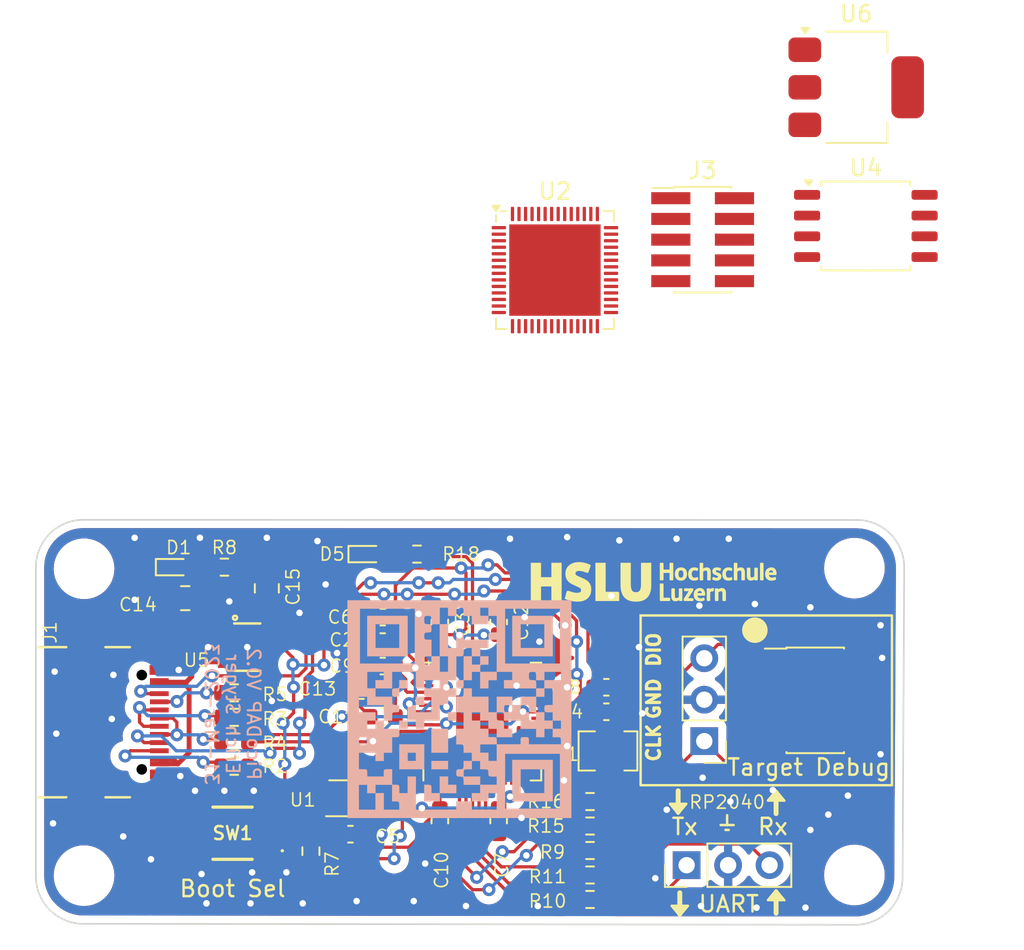
<source format=kicad_pcb>
(kicad_pcb (version 20240108) (generator "pcbnew") (generator_version "8.0")
  (layers (0 "F.Cu" signal) (31 "B.Cu" signal) (34 "B.Paste" user) (35 "F.Paste" user) (36 "B.SilkS" user "B.Silkscreen") (37 "F.SilkS" user "F.Silkscreen") (38 "B.Mask" user) (39 "F.Mask" user) (44 "Edge.Cuts" user))
  (net 0 "")
  (net 1 "Reset")
  (net 2 "GND")
  (net 3 "+3.3V")
  (net 4 "Net-(RP2040-VREG_VOUT)")
  (net 5 "Net-(D1-A)")
  (net 6 "Net-(D5-A)")
  (net 7 "Net-(J1-D+-PadA6)")
  (net 8 "Net-(J1-D--PadA7)")
  (net 9 "Net-(J1-CC2)")
  (net 11 "Net-(J1-CC1)")
  (net 16 "Net-(J3-GND-Pad3)")
  (net 18 "Net-(R7-Pad2)")
  (net 19 "TGT_TX")
  (net 20 "TGT_RX")
  (net 21 "TGT_SWCLK")
  (net 22 "TGT_SWDIO")
  (net 23 "LED")
  (net 27 "TGT_RESET")
  (net 28 "+5V")
  (net 30 "SWD_DIO")
  (net 31 "SWD_CLK")
  (net 34 "Net-(J5-Pin_3)")
  (net 35 "Net-(J5-Pin_1)")
  (net 36 "Net-(J6-Pin_1)")
  (net 37 "Net-(J6-Pin_3)")
  (net 39 "Net-(RP2040-USB_DM)")
  (net 40 "Net-(RP2040-USB_DP)")
  (net 41 "Net-(RP2040-SPI_SS_N)")
  (net 42 "Net-(U3-nRESET)")
  (net 44 "Net-(RP2040-SPI_SD0)")
  (net 50 "Net-(RP2040-SPI_SD3)")
  (net 51 "Net-(RP2040-XOUT)")
  (net 52 "Net-(RP2040-XIN)")
  (net 65 "Net-(RP2040-SPI_SD2)")
  (net 67 "Net-(RP2040-SPI_SCLK)")
  (net 68 "Net-(RP2040-SPI_SD1)")
  (net 75 "Net-(U2-IOVDD-Pad1)")
  (net 80 "Net-(U2-DVDD-Pad23)")
  (footprint "McuOnEclipse:USB_C_Receptacle_GCT_USB4110-GF-A" (layer "F.Cu") (at 90.5125 122.1 -90)
    (property "Reference" "J1")
    (property "Value" "USB_C_Receptacle_GCT_USB4110-GF-A")
  )
  (footprint "Resistor_SMD:R_0603_1608Metric" (layer "F.Cu") (at 98.8 123.3)
    (property "Reference" "R4")
    (property "Value" "27")
  )
  (footprint "Capacitor_SMD:C_0603_1608Metric" (layer "F.Cu") (at 107.900156 118.660476 180)
    (property "Reference" "C9")
    (property "Value" "2u2")
  )
  (footprint "Capacitor_SMD:C_0603_1608Metric" (layer "F.Cu") (at 105.925156 128.960476)
    (property "Reference" "C5")
    (property "Value" "0.1u")
  )
  (footprint "McuOnEclipse:C_0805" (layer "F.Cu") (at 100.8 113.9 90)
    (property "Reference" "C15")
    (property "Value" "22u")
  )
  (footprint "Capacitor_SMD:C_0603_1608Metric" (layer "F.Cu") (at 111.400156 128.160476 -90)
    (property "Reference" "C10")
    (property "Value" "0.1u")
  )
  (footprint "Resistor_SMD:R_0603_1608Metric" (layer "F.Cu") (at 110.000156 111.8 180)
    (property "Reference" "R18")
    (property "Value" "2k2")
  )
  (footprint "Fiducial:Fiducial_1mm_Mask2mm" (layer "F.Cu") (at 138.400156 127.460476)
    (property "Reference" "FID3" (hide yes))
    (property "Value" "Fiducial")
  )
  (footprint "Resistor_SMD:R_0603_1608Metric" (layer "F.Cu") (at 120.600156 128.460476)
    (property "Reference" "R15")
    (property "Value" "100")
  )
  (footprint "Connector_PinHeader_1.27mm:PinHeader_2x05_P1.27mm_Vertical_SMD" (layer "F.Cu") (at 127.5 92.535)
    (property "Reference" "J3")
    (property "Value" "Conn_ARM_JTAG_SWD_10")
  )
  (footprint "McuOnEclipse:LED_0603" (layer "F.Cu") (at 107.100156 111.8)
    (property "Reference" "D5")
    (property "Value" "green")
  )
  (footprint "Connector_PinHeader_2.54mm:PinHeader_1x03_P2.54mm_Vertical" (layer "F.Cu") (at 126.520156 130.860476 90)
    (property "Reference" "J6" (hide yes))
    (property "Value" "Conn_01x03")
  )
  (footprint "Package_SO:SOIC-8_5.23x5.23mm_P1.27mm" (layer "F.Cu") (at 137.5 91.695)
    (property "Reference" "U4")
    (property "Value" "W25Q32JVSS")
  )
  (footprint "McuOnEclipse:Hochschule_Luzern_New" (layer "F.Cu") (at 121.090186 112.335532)
    (property "Reference" "H1" (hide yes))
    (property "Value" "Logo HSLU" (hide yes))
  )
  (footprint "McuOnEclipse:LED_0603" (layer "F.Cu") (at 95.3 112.6)
    (property "Reference" "D1")
    (property "Value" "red")
  )
  (footprint "Capacitor_SMD:C_0603_1608Metric" (layer "F.Cu") (at 121.600156 121.460476)
    (property "Reference" "C4")
    (property "Value" "0.1u")
  )
  (footprint "Resistor_SMD:R_0603_1608Metric" (layer "F.Cu") (at 120.600156 132.960476)
    (property "Reference" "R10")
    (property "Value" "100")
  )
  (footprint "Resistor_SMD:R_0603_1608Metric" (layer "F.Cu") (at 98.8 124.8 180)
    (property "Reference" "R2")
    (property "Value" "5k1")
  )
  (footprint "Package_TO_SOT_SMD:SOT-223-3_TabPin2" (layer "F.Cu") (at 136.91 83.2)
    (property "Reference" "U6")
    (property "Value" "AMS1117-3.3")
  )
  (footprint "Connector_PinHeader_2.54mm:PinHeader_1x03_P2.54mm_Vertical" (layer "F.Cu") (at 127.600156 123.260476 180)
    (property "Reference" "J5" (hide yes))
    (property "Value" "Conn_01x03")
  )
  (footprint "Capacitor_SMD:C_0603_1608Metric" (layer "F.Cu") (at 115.000156 115.960476 90)
    (property "Reference" "C12")
    (property "Value" "0.1u")
  )
  (footprint "Capacitor_SMD:C_0603_1608Metric" (layer "F.Cu") (at 107.900156 117.160476 180)
    (property "Reference" "C2")
    (property "Value" "2u2")
  )
  (footprint "Resistor_SMD:R_0603_1608Metric" (layer "F.Cu") (at 103.5 130 -90)
    (property "Reference" "R7")
    (property "Value" "2k2")
  )
  (footprint "Capacitor_SMD:C_0603_1608Metric" (layer "F.Cu") (at 121.600156 119.960476)
    (property "Reference" "C8")
    (property "Value" "0.1u")
  )
  (footprint "McuOnEclipse:USON_2x3x0.6mm" (layer "F.Cu") (at 105.925156 126.760476 180)
    (property "Reference" "U1")
    (property "Value" "W25Q16JV" (hide yes))
  )
  (footprint "MountingHole:MountingHole_2.7mm_M2.5" (layer "F.Cu") (at 89.6 112.7)
    (property "Reference" "H6" (hide yes))
    (property "Value" "MountingHole")
  )
  (footprint "Resistor_SMD:R_0603_1608Metric" (layer "F.Cu") (at 120.600156 126.960476)
    (property "Reference" "R16")
    (property "Value" "100")
  )
  (footprint "Resistor_SMD:R_0603_1608Metric" (layer "F.Cu") (at 98.8 120.3 180)
    (property "Reference" "R5")
    (property "Value" "5k1")
  )
  (footprint "MountingHole:MountingHole_2.7mm_M2.5" (layer "F.Cu") (at 136.800156 112.660476)
    (property "Reference" "H5" (hide yes))
    (property "Value" "MountingHole")
  )
  (footprint "Resistor_SMD:R_0603_1608Metric" (layer "F.Cu") (at 98.8 121.8)
    (property "Reference" "R3")
    (property "Value" "27")
  )
  (footprint "Capacitor_SMD:C_0603_1608Metric" (layer "F.Cu") (at 111.400156 115.960476 90)
    (property "Reference" "C3")
    (property "Value" "0.1u")
  )
  (footprint "MountingHole:MountingHole_2.7mm_M2.5" (layer "F.Cu") (at 136.800156 131.460476)
    (property "Reference" "H3" (hide yes))
    (property "Value" "MountingHole")
  )
  (footprint "Capacitor_SMD:C_0603_1608Metric" (layer "F.Cu") (at 107.900156 115.660476 180)
    (property "Reference" "C6")
    (property "Value" "0.1u")
  )
  (footprint "Capacitor_SMD:C_0603_1608Metric" (layer "F.Cu") (at 106.600156 120.160476 180)
    (property "Reference" "C13")
    (property "Value" "0.1u")
  )
  (footprint "McuOnEclipse:SWD_Pin_Header_Straight_2x05_Pitch1.27mm_SMD" (layer "F.Cu") (at 134.400156 120.760476)
    (property "Reference" "U3" (hide yes))
    (property "Value" "SWD_JTAG_10pin")
  )
  (footprint "McuOnEclipse:QFN-56-1EP_7x7mm_P0.4mm_EP3.2x3.2mm" (layer "F.Cu") (at 114.000156 122.060476 90)
    (property "Reference" "RP2040" (hide yes))
    (property "Value" "RP2040")
  )
  (footprint "McuOnEclipse:C_0805" (layer "F.Cu") (at 95.8 114.5 180)
    (property "Reference" "C14")
    (property "Value" "22u")
  )
  (footprint "Fiducial:Fiducial_1mm_Mask2mm" (layer "F.Cu") (at 93.7 132.7)
    (property "Reference" "FID2" (hide yes))
    (property "Value" "Fiducial")
  )
  (footprint "Fiducial:Fiducial_1mm_Mask2mm" (layer "F.Cu") (at 132.7 111.5)
    (property "Reference" "FID1" (hide yes))
    (property "Value" "Fiducial")
  )
  (footprint "McuOnEclipse:434123025826_BTN" (layer "F.Cu") (at 98.7 128.9 180)
    (property "Reference" "SW1")
    (property "Value" "434123025826_BTN" (hide yes))
  )
  (footprint "Resistor_SMD:R_0603_1608Metric" (layer "F.Cu") (at 98.2 112.6 180)
    (property "Reference" "R8")
    (property "Value" "2k2")
  )
  (footprint "McuOnEclipse:Resonator_SMD_Murata_CSTxExxV-3Pin_3.0x1.1mm" (layer "F.Cu") (at 121.700156 123.860476)
    (property "Reference" "Y1")
    (property "Value" "CSTNE12M0GH5L000R0")
  )
  (footprint "Capacitor_SMD:C_0603_1608Metric" (layer "F.Cu") (at 107.900156 121.760476 180)
    (property "Reference" "C11")
    (property "Value" "0.1u")
  )
  (footprint "MountingHole:MountingHole_2.7mm_M2.5" (layer "F.Cu") (at 89.6 131.5)
    (property "Reference" "H4" (hide yes))
    (property "Value" "MountingHole")
  )
  (footprint "Resistor_SMD:R_0603_1608Metric" (layer "F.Cu") (at 120.600156 131.460476)
    (property "Reference" "R11")
    (property "Value" "100")
  )
  (footprint "Package_DFN_QFN:QFN-56-1EP_7x7mm_P0.4mm_EP5.6x5.6mm" (layer "F.Cu") (at 118.45 94.4)
    (property "Reference" "U2")
    (property "Value" "RP2040")
  )
  (footprint "McuOnEclipse:IC-SOT25" (layer "F.Cu") (at 99.6 117.5 -90)
    (property "Reference" "U5")
    (property "Value" "AP2112K-3.3" (hide yes))
  )
  (footprint "Capacitor_SMD:C_0603_1608Metric" (layer "F.Cu") (at 115.000156 128.160476 -90)
    (property "Reference" "C7")
    (property "Value" "0.1u")
  )
  (footprint "Resistor_SMD:R_0603_1608Metric" (layer "F.Cu") (at 120.600156 129.960476)
    (property "Reference" "R9")
    (property "Value" "100")
  )
  (footprint "McuOnEclipse:QR_McuOnEclipse_Silkscreen" (layer "B.Cu") (at 112.6 121.3 180)
    (property "Reference" "H2" (hide yes))
    (property "Value" "QR" (hide yes))
  )
  (gr_line (start 126 126.3) (end 126 127.6) (stroke (width 0.3)) (layer "F.SilkS"))
  (gr_line (start 128.9 128.7) (end 129.1 128.7) (stroke (width 0.15)) (layer "F.SilkS"))
  (gr_rect (start 123.700156 115.560476) (end 139.100156 125.960476) (stroke (width 0.15)) (fill none) (layer "F.SilkS"))
  (gr_poly (pts (xy 125.5 127.1) (xy 126.5 127.1) (xy 126 127.7)) (stroke (width 0.15)) (fill solid) (layer "F.SilkS"))
  (gr_poly (pts (xy 125.6 133.35) (xy 126.6 133.35) (xy 126.1 133.95)) (stroke (width 0.15)) (fill solid) (layer "F.SilkS"))
  (gr_poly (pts (xy 132.5 126.9) (xy 131.5 126.9) (xy 132 126.3)) (stroke (width 0.15)) (fill solid) (layer "F.SilkS"))
  (gr_poly (pts (xy 132.5 133) (xy 131.5 133) (xy 132 132.4)) (stroke (width 0.15)) (fill solid) (layer "F.SilkS"))
  (gr_line (start 132 133.8) (end 132 132.5) (stroke (width 0.3)) (layer "F.SilkS"))
  (gr_line (start 126.1 132.55) (end 126.1 133.85) (stroke (width 0.3)) (layer "F.SilkS"))
  (gr_line (start 128.6 128.4) (end 129.4 128.4) (stroke (width 0.15)) (layer "F.SilkS"))
  (gr_line (start 129 128.4) (end 129 127.8) (stroke (width 0.15)) (layer "F.SilkS"))
  (gr_line (start 132 127.7) (end 132 126.4) (stroke (width 0.3)) (layer "F.SilkS"))
  (gr_line (start 86.65061 112.6) (end 86.65061 131.549387) (stroke (width 0.1)) (layer "Edge.Cuts"))
  (gr_arc (start 89.55061 134.449387) (mid 87.499997 133.6) (end 86.65061 131.549387) (stroke (width 0.1)) (layer "Edge.Cuts"))
  (gr_line (start 89.55061 134.449387) (end 136.849543 134.509863) (stroke (width 0.1)) (layer "Edge.Cuts"))
  (gr_arc (start 136.949543 109.711089) (mid 139.000156 110.560476) (end 139.849543 112.611089) (stroke (width 0.1)) (layer "Edge.Cuts"))
  (gr_line (start 139.849543 112.611089) (end 139.749543 131.609863) (stroke (width 0.1)) (layer "Edge.Cuts"))
  (gr_arc (start 86.65061 112.6) (mid 87.499997 110.549387) (end 89.55061 109.7) (stroke (width 0.1)) (layer "Edge.Cuts"))
  (gr_line (start 89.55061 109.7) (end 136.949543 109.711089) (stroke (width 0.1)) (layer "Edge.Cuts"))
  (gr_arc (start 139.749543 131.609863) (mid 138.900156 133.660476) (end 136.849543 134.509863) (stroke (width 0.1)) (layer "Edge.Cuts"))
  (gr_text "PicoDAP V0.2\nErich Styger\n31-Mar-2023" (at 98.7 121.6 -90) (layer "B.SilkS") (effects (font (size 0.8 0.8) (thickness 0.12)) (justify mirror)))
  (gr_text "CLK" (at 124.5 123.360476 90) (layer "F.SilkS") (effects (font (size 0.8 0.8) (thickness 0.2))))
  (gr_text "Boot Sel" (at 98.7 132.3 0) (layer "F.SilkS") (effects (font (size 1 1))))
  (gr_text "Tx" (at 126.4 128.5 0) (layer "F.SilkS") (effects (font (size 1 1))))
  (gr_text "RP2040" (at 129 127 0) (layer "F.SilkS") (effects (font (size 0.8 0.8) (thickness 0.1))))
  (gr_text "DIO" (at 124.5 117.660476 90) (layer "F.SilkS") (effects (font (size 0.8 0.8) (thickness 0.2))))
  (gr_text "GND" (at 124.5 120.660476 90) (layer "F.SilkS") (effects (font (size 0.8 0.8) (thickness 0.2))))
  (gr_text "Rx" (at 131.8 128.5 0) (layer "F.SilkS") (effects (font (size 1 1))))
  (gr_text "UART" (at 129.099844 133.239524 0) (layer "F.SilkS") (effects (font (size 1 1))))
  (segment (start 89.7075 116.99) (end 93.6375 116.99) (width 0.4) (layer "F.Cu") (net 0))
  (segment (start 89.7075 127.21) (end 93.6375 127.21) (width 0.4) (layer "F.Cu") (net 0))
  (segment (start 89.7075 127.21) (end 89.7075 116.99) (width 0.4) (layer "F.Cu") (net 0))
  (segment (start 118.700156 123.060476) (end 119.200156 123.560476) (width 0.2) (layer "F.Cu") (net 2))
  (segment (start 95.25 125.15) (end 95.5 125.4) (width 0.3) (layer "F.Cu") (net 2))
  (segment (start 117.437656 123.060476) (end 118.700156 123.060476) (width 0.2) (layer "F.Cu") (net 2))
  (segment (start 115.425156 128.935476) (end 116.400156 127.960476) (width 0.2) (layer "F.Cu") (net 2))
  (segment (start 98.4 117.5) (end 97.2 117.5) (width 0.2) (layer "F.Cu") (net 2))
  (segment (start 110.424656 115.185476) (end 110.375156 115.185476) (width 0.2) (layer "F.Cu") (net 2))
  (segment (start 94.2125 125.15) (end 95.25 125.15) (width 0.3) (layer "F.Cu") (net 2))
  (segment (start 105.825156 120.460476) (end 107.125156 121.760476) (width 0.2) (layer "F.Cu") (net 2))
  (segment (start 106.575156 126.010476) (end 106.550156 126.035476) (width 0.25) (layer "F.Cu") (net 2))
  (segment (start 132.410156 120.720476) (end 132.450156 120.760476) (width 0.2) (layer "F.Cu") (net 2))
  (segment (start 94.1875 118.75) (end 95.25 118.75) (width 0.3) (layer "F.Cu") (net 2))
  (segment (start 106.550156 128.810476) (end 106.700156 128.960476) (width 0.25) (layer "F.Cu") (net 2))
  (segment (start 106.550156 126.035476) (end 106.550156 128.810476) (width 0.25) (layer "F.Cu") (net 2))
  (segment (start 95.25 118.75) (end 95.4 118.9) (width 0.3) (layer "F.Cu") (net 2))
  (segment (start 95.25 119.05) (end 95.4 118.9) (width 0.3) (layer "F.Cu") (net 2))
  (segment (start 95.45 125.45) (end 95.5 125.4) (width 0.3) (layer "F.Cu") (net 2))
  (segment (start 94.1875 119.05) (end 95.25 119.05) (width 0.3) (layer "F.Cu") (net 2))
  (segment (start 107.325156 126.010476) (end 106.575156 126.010476) (width 0.25) (layer "F.Cu") (net 2))
  (segment (start 111.400156 115.185476) (end 110.424656 115.185476) (width 0.2) (layer "F.Cu") (net 2))
  (segment (start 105.825156 120.160476) (end 105.825156 120.460476) (width 0.2) (layer "F.Cu") (net 2))
  (segment (start 98.4 117.5) (end 99.6 117.5) (width 0.2) (layer "F.Cu") (net 2))
  (segment (start 115.000156 128.935476) (end 115.425156 128.935476) (width 0.2) (layer "F.Cu") (net 2))
  (segment (start 94.2125 125.45) (end 95.45 125.45) (width 0.3) (layer "F.Cu") (net 2))
  (segment (start 127.600156 120.720476) (end 132.410156 120.720476) (width 0.2) (layer "F.Cu") (net 2))
  (segment (start 106.700156 128.960476) (end 107.800156 128.960476) (width 0.25) (layer "F.Cu") (net 2))
  (segment (start 110.375156 115.185476) (end 110.100156 115.460476) (width 0.2) (layer "F.Cu") (net 2))
  (via (at 96.8 131.4) (size 0.8) (drill 0.4) (layers "F.Cu" "B.Cu") (net 2))
  (via (at 99.6 117.5) (size 0.8) (drill 0.4) (layers "F.Cu" "B.Cu") (net 2))
  (via (at 96.7 110.8) (size 0.8) (drill 0.4) (layers "F.Cu" "B.Cu") (net 2))
  (via (at 119.200156 123.560476) (size 0.8) (drill 0.4) (layers "F.Cu" "B.Cu") (net 2))
  (via (at 100 126.3) (size 0.8) (drill 0.4) (layers "F.Cu" "B.Cu") (net 2))
  (via (at 122.400156 110.960476) (size 0.8) (drill 0.4) (layers "F.Cu" "B.Cu") (net 2))
  (via (at 127.400156 133.360476) (size 0.8) (drill 0.4) (layers "F.Cu" "B.Cu") (net 2))
  (via (at 93.7 130.5) (size 0.8) (drill 0.4) (layers "F.Cu" "B.Cu") (net 2))
  (via (at 95.5 125.4) (size 0.8) (drill 0.4) (layers "F.Cu" "B.Cu") (net 2))
  (via (at 134.100156 115.060476) (size 0.8) (drill 0.4) (layers "F.Cu" "B.Cu") (net 2))
  (via (at 113.000156 133.360476) (size 0.8) (drill 0.4) (layers "F.Cu" "B.Cu") (net 2))
  (via (at 101.1 120.8) (size 0.8) (drill 0.4) (layers "F.Cu" "B.Cu") (net 2))
  (via (at 91.3 121.9) (size 0.8) (drill 0.4) (layers "F.Cu" "B.Cu") (net 2))
  (via (at 130.700156 114.860476) (size 0.8) (drill 0.4) (layers "F.Cu" "B.Cu") (net 2))
  (via (at 110.500156 130.760476) (size 0.8) (drill 0.4) (layers "F.Cu" "B.Cu") (net 2))
  (via (at 105.100156 117.860476) (size 0.8) (drill 0.4) (layers "F.Cu" "B.Cu") (net 2))
  (via (at 87.9 122.8) (size 0.8) (drill 0.4) (layers "F.Cu" "B.Cu") (net 2))
  (via (at 124.600156 131.660476) (size 0.8) (drill 0.4) (layers "F.Cu" "B.Cu") (net 2))
  (via (at 87.8 119) (size 0.8) (drill 0.4) (layers "F.Cu" "B.Cu") (net 2))
  (via (at 134.1 128.7) (size 0.8) (drill 0.4) (layers "F.Cu" "B.Cu") (net 2))
  (via (at 98.5 114.7) (size 0.8) (drill 0.4) (layers "F.Cu" "B.Cu") (net 2))
  (via (at 87.7 128.3) (size 0.8) (drill 0.4) (layers "F.Cu" "B.Cu") (net 2))
  (via (at 110.100156 115.460476) (size 0.8) (drill 0.4) (layers "F.Cu" "B.Cu") (net 2))
  (via (at 92.7 110.8) (size 0.8) (drill 0.4) (layers "F.Cu" "B.Cu") (net 2))
  (via (at 116.400156 127.960476) (size 0.8) (drill 0.4) (layers "F.Cu" "B.Cu") (net 2))
  (via (at 129.100156 110.860476) (size 0.8) (drill 0.4) (layers "F.Cu" "B.Cu") (net 2))
  (via (at 102 131.3) (size 0.8) (drill 0.4) (layers "F.Cu" "B.Cu") (net 2))
  (via (at 119.200156 110.760476) (size 0.8) (drill 0.4) (layers "F.Cu" "B.Cu") (net 2))
  (via (at 107.800156 128.960476) (size 0.8) (drill 0.4) (layers "F.Cu" "B.Cu") (net 2))
  (via (at 129.200156 126.960476) (size 0.8) (drill 0.4) (layers "F.Cu" "B.Cu") (net 2))
  (via (at 125.300156 127.460476) (size 0.8) (drill 0.4) (layers "F.Cu" "B.Cu") (net 2))
  (via (at 138.400156 124.060476) (size 0.8) (drill 0.4) (layers "F.Cu" "B.Cu") (net 2))
  (via (at 133.800156 133.460476) (size 0.8) (drill 0.4) (layers "F.Cu" "B.Cu") (net 2))
  (via (at 91.4 119.2) (size 0.8) (drill 0.4) (layers "F.Cu" "B.Cu") (net 2))
  (via (at 100.8 110.8) (size 0.8) (drill 0.4) (layers "F.Cu" "B.Cu") (net 2))
  (via (at 103 133.2) (size 0.8) (drill 0.4) (layers "F.Cu" "B.Cu") (net 2))
  (via (at 127.5 125.5) (size 0.8) (drill 0.4) (layers "F.Cu" "B.Cu") (net 2))
  (via (at 99.8 133.2) (size 0.8) (drill 0.4) (layers "F.Cu" "B.Cu") (net 2))
  (via (at 109.800156 133.060476) (size 0.8) (drill 0.4) (layers "F.Cu" "B.Cu") (net 2))
  (via (at 106.300156 133.060476) (size 0.8) (drill 0.4) (layers "F.Cu" "B.Cu") (net 2))
  (via (at 123.6 117.5) (size 0.8) (drill 0.4) (layers "F.Cu" "B.Cu") (net 2))
  (via (at 131.800156 126.260476) (size 0.8) (drill 0.4) (layers "F.Cu" "B.Cu") (net 2))
  (via (at 119.000156 125.660476) (size 0.8) (drill 0.4) (layers "F.Cu" "B.Cu") (net 2))
  (via (at 123.800156 121.560476) (size 0.8) (drill 0.4) (layers "F.Cu" "B.Cu") (net 2))
  (via (at 99.9 131.3) (size 0.8) (drill 0.4) (layers "F.Cu" "B.Cu") (net 2))
  (via (at 117.400156 133.360476) (size 0.8) (drill 0.4) (layers "F.Cu" "B.Cu") (net 2))
  (via (at 102.8 115.4) (size 0.8) (drill 0.4) (layers "F.Cu" "B.Cu") (net 2))
  (via (at 98.2 126.3) (size 0.8) (drill 0.4) (layers "F.Cu" "B.Cu") (net 2))
  (via (at 138.400156 116.160476) (size 0.8) (drill 0.4) (layers "F.Cu" "B.Cu") (net 2))
  (via (at 117.500156 117.160476) (size 0.8) (drill 0.4) (layers "F.Cu" "B.Cu") (net 2))
  (via (at 127.300156 114.960476) (size 0.8) (drill 0.4) (layers "F.Cu" "B.Cu") (net 2))
  (via (at 116.600156 115.660476) (size 0.8) (drill 0.4) (layers "F.Cu" "B.Cu") (net 2))
  (via (at 97.2 117.5) (size 0.8) (drill 0.4) (layers "F.Cu" "B.Cu") (net 2))
  (via (at 125.900156 110.860476) (size 0.8) (drill 0.4) (layers "F.Cu" "B.Cu") (net 2))
  (via (at 116.100156 119.860476) (size 0.8) (drill 0.4) (layers "F.Cu" "B.Cu") (net 2))
  (via (at 97.1 133.2) (size 0.8) (drill 0.4) (layers "F.Cu" "B.Cu") (net 2))
  (via (at 104.400156 113.660476) (size 0.8) (drill 0.4) (layers "F.Cu" "B.Cu") (net 2))
  (via (at 92.7 114.6) (size 0.8) (drill 0.4) (layers "F.Cu" "B.Cu") (net 2))
  (via (at 121.900156 114.360476) (size 0.8) (drill 0.4) (layers "F.Cu" "B.Cu") (net 2))
  (via (at 115.700156 110.860476) (size 0.8) (drill 0.4) (layers "F.Cu" "B.Cu") (net 2))
  (via (at 138.500156 118.160476) (size 0.8) (drill 0.4) (layers "F.Cu" "B.Cu") (net 2))
  (via (at 96.4 126.3) (size 0.8) (drill 0.4) (layers "F.Cu" "B.Cu") (net 2))
  (via (at 95.4 118.9) (size 0.8) (drill 0.4) (layers "F.Cu" "B.Cu") (net 2))
  (via (at 136.4 126.6) (size 0.8) (drill 0.4) (layers "F.Cu" "B.Cu") (net 2))
  (via (at 135.200156 127.760476) (size 0.8) (drill 0.4) (layers "F.Cu" "B.Cu") (net 2))
  (via (at 92 129.1) (size 0.8) (drill 0.4) (layers "F.Cu" "B.Cu") (net 2))
  (via (at 103.9 111) (size 0.8) (drill 0.4) (layers "F.Cu" "B.Cu") (net 2))
  (via (at 130.800156 133.460476) (size 0.8) (drill 0.4) (layers "F.Cu" "B.Cu") (net 2))
  (segment (start 108.675156 115.660476) (end 108.675156 113.724844) (width 0.2) (layer "F.Cu") (net 3))
  (segment (start 114.352466 112.459984) (end 114.902617 112.459984) (width 0.2) (layer "F.Cu") (net 3))
  (segment (start 117.416612 112.951558) (end 120.475656 116.010601) (width 0.2) (layer "F.Cu") (net 3))
  (segment (start 110.100156 128.685476) (end 111.400156 127.385476) (width 0.2) (layer "F.Cu") (net 3))
  (segment (start 113.000156 116.360476) (end 112.600156 116.760476) (width 0.2) (layer "F.Cu") (net 3))
  (segment (start 109.900156 118.385476) (end 108.675156 117.160476) (width 0.2) (layer "F.Cu") (net 3))
  (segment (start 102.439136 119.956997) (end 102.439136 121.521869) (width 0.2) (layer "F.Cu") (net 3))
  (segment (start 101.900156 125.860476) (end 101.900156 124.659476) (width 0.2) (layer "F.Cu") (net 3))
  (segment (start 121.625156 120.660476) (end 120.825156 121.460476) (width 0.2) (layer "F.Cu") (net 3))
  (segment (start 113.000156 112.951558) (end 112.700656 112.652058) (width 0.2) (layer "F.Cu") (net 3))
  (segment (start 115.000156 125.497976) (end 115.000156 127.385476) (width 0.2) (layer "F.Cu") (net 3))
  (segment (start 121.625156 119.525156) (end 121.625156 120.660476) (width 0.2) (layer "F.Cu") (net 3))
  (segment (start 108.675156 115.660476) (end 108.342618 115.660476) (width 0.2) (layer "F.Cu") (net 3))
  (segment (start 109.900156 118.760476) (end 109.900156 118.385476) (width 0.2) (layer "F.Cu") (net 3))
  (segment (start 115.700156 126.685476) (end 115.000156 127.385476) (width 0.2) (layer "F.Cu") (net 3))
  (segment (start 107.900156 117.935476) (end 107.900156 119.635476) (width 0.2) (layer "F.Cu") (net 3))
  (segment (start 104.2995 117.26867) (end 104.2995 118.6) (width 0.2) (layer "F.Cu") (net 3))
  (segment (start 113.000156 113.970526) (end 113.000156 116.360476) (width 0.2) (layer "F.Cu") (net 3))
  (segment (start 108.675156 115.660476) (end 108.675156 117.160476) (width 0.2) (layer "F.Cu") (net 3))
  (segment (start 109.500156 120.99288) (end 109.527191 120.965845) (width 0.2) (layer "F.Cu") (net 3))
  (segment (start 104.525156 127.510476) (end 104.525156 128.335476) (width 0.2) (layer "F.Cu") (net 3))
  (segment (start 111.400156 116.735476) (end 112.575156 116.735476) (width 0.2) (layer "F.Cu") (net 3))
  (segment (start 110.562656 119.460476) (end 110.562656 117.122976) (width 0.2) (layer "F.Cu") (net 3))
  (segment (start 114.902617 112.459984) (end 115.394191 112.951558) (width 0.2) (layer "F.Cu") (net 3))
  (segment (start 103.550156 127.510476) (end 101.900156 125.860476) (width 0.2) (layer "F.Cu") (net 3))
  (segment (start 114.975156 116.760476) (end 115.000156 116.735476) (width 0.2) (layer "F.Cu") (net 3))
  (segment (start 109.900156 118.760476) (end 109.900156 119.460476) (width 0.2) (layer "F.Cu") (net 3))
  (segment (start 109.600156 121.460476) (end 109.500156 121.360476) (width 0.2) (layer "F.Cu") (net 3))
  (segment (start 106.682694 114.885476) (end 104.2995 117.26867) (width 0.2) (layer "F.Cu") (net 3))
  (segment (start 109.747942 112.652058) (end 112.700656 112.652058) (width 0.2) (layer "F.Cu") (net 3))
  (segment (start 120.425156 121.860476) (end 120.825156 121.460476) (width 0.2) (layer "F.Cu") (net 3))
  (segment (start 107.900156 119.635476) (end 107.375156 120.160476) (width 0.2) (layer "F.Cu") (net 3))
  (segment (start 110.562656 119.860476) (end 109.900156 119.860476) (width 0.2) (layer "F.Cu") (net 3))
  (segment (start 110.100156 129.160476) (end 110.100156 128.685476) (width 0.2) (layer "F.Cu") (net 3))
  (segment (start 109.500156 121.360476) (end 109.500156 120.99288) (width 0.2) (layer "F.Cu") (net 3))
  (segment (start 102.4 118.15) (end 102.4 118.557997) (width 0.2) (layer "F.Cu") (net 3))
  (segment (start 117.437656 121.860476) (end 120.425156 121.860476) (width 0.2) (layer "F.Cu") (net 3))
  (segment (start 108.675156 117.160476) (end 107.900156 117.935476) (width 0.2) (layer "F.Cu") (net 3))
  (segment (start 105.600156 129.760476) (end 109.500156 129.760476) (width 0.2) (layer "F.Cu") (net 3))
  (segment (start 109.500156 129.760476) (end 110.100156 129.160476) (width 0.2) (layer "F.Cu") (net 3))
  (segment (start 104.525156 127.510476) (end 103.550156 127.510476) (width 0.2) (layer "F.Cu") (net 3))
  (segment (start 99.025 113.125) (end 99.025 112.6) (width 0.2) (layer "F.Cu") (net 3))
  (segment (start 108.675156 113.724844) (end 109.747942 112.652058) (width 0.2) (layer "F.Cu") (net 3))
  (segment (start 105.150156 129.310476) (end 105.600156 129.760476) (width 0.2) (layer "F.Cu") (net 3))
  (segment (start 110.325156 127.385476) (end 110.300156 127.360476) (width 0.2) (layer "F.Cu") (net 3))
  (segment (start 104.525156 128.335476) (end 105.150156 128.960476) (width 0.2) (layer "F.Cu") (net 3))
  (segment (start 100.8 114.9) (end 100.8 116.55) (width 0.2) (layer "F.Cu") (net 3))
  (segment (start 120.475656 116.010601) (end 120.475656 118.375656) (width 0.2) (layer "F.Cu") (net 3))
  (segment (start 100.8 114.9) (end 99.025 113.125) (width 0.2) (layer "F.Cu") (net 3))
  (segment (start 109.900156 119.860476) (end 109.700156 119.660476) (width 0.2) (layer "F.Cu") (net 3))
  (segment (start 111.400156 127.385476) (end 110.325156 127.385476) (width 0.2) (layer "F.Cu") (net 3))
  (segment (start 109.500156 121.860476) (end 109.500156 121.360476) (width 0.2) (layer "F.Cu") (net 3))
  (segment (start 110.562656 117.122976) (end 109.100156 115.660476) (width 0.2) (layer "F.Cu") (net 3))
  (segment (start 102.439136 121.521869) (end 101.800654 122.160351) (width 0.2) (layer "F.Cu") (net 3))
  (segment (start 111.400156 125.497976) (end 111.400156 127.385476) (width 0.2) (layer "F.Cu") (net 3))
  (segment (start 120.475656 118.375656) (end 121.625156 119.525156) (width 0.2) (layer "F.Cu") (net 3))
  (segment (start 115.000156 116.735476) (end 115.000156 118.622976) (width 0.2) (layer "F.Cu") (net 3))
  (segment (start 115.394191 112.951558) (end 117.416612 112.951558) (width 0.2) (layer "F.Cu") (net 3))
  (segment (start 107.567618 114.885476) (end 106.682694 114.885476) (width 0.2) (layer "F.Cu") (net 3))
  (segment (start 108.342618 115.660476) (end 107.567618 114.885476) (width 0.2) (layer "F.Cu") (net 3))
  (segment (start 105.150156 128.960476) (end 105.150156 129.310476) (width 0.2) (layer "F.Cu") (net 3))
  (segment (start 110.562656 121.460476) (end 109.600156 121.460476) (width 0.2) (layer "F.Cu") (net 3))
  (segment (start 112.575156 116.735476) (end 112.600156 116.760476) (width 0.2) (layer "F.Cu") (net 3))
  (segment (start 115.700156 126.660476) (end 115.700156 126.685476) (width 0.2) (layer "F.Cu") (net 3))
  (segment (start 114.099656 116.760476) (end 114.975156 116.760476) (width 0.2) (layer "F.Cu") (net 3))
  (segment (start 111.400156 116.735476) (end 111.400156 118.622976) (width 0.2) (layer "F.Cu") (net 3))
  (segment (start 109.900156 119.460476) (end 110.562656 119.460476) (width 0.2) (layer "F.Cu") (net 3))
  (segment (start 109.700156 119.660476) (end 109.900156 119.460476) (width 0.2) (layer "F.Cu") (net 3))
  (segment (start 109.100156 115.660476) (end 108.675156 115.660476) (width 0.2) (layer "F.Cu") (net 3))
  (segment (start 110.562656 121.860476) (end 109.500156 121.860476) (width 0.2) (layer "F.Cu") (net 3))
  (segment (start 113.000156 113.970526) (end 113.000156 112.951558) (width 0.2) (layer "F.Cu") (net 3))
  (segment (start 100.8 116.55) (end 102.4 118.15) (width 0.2) (layer "F.Cu") (net 3))
  (via (at 102.439136 119.956997) (size 0.8) (drill 0.4) (layers "F.Cu" "B.Cu") (net 3))
  (via (at 110.300156 127.360476) (size 0.8) (drill 0.4) (layers "F.Cu" "B.Cu") (net 3))
  (via (at 101.800654 122.160351) (size 0.8) (drill 0.4) (layers "F.Cu" "B.Cu") (net 3))
  (via (at 112.700656 112.652058) (size 0.8) (drill 0.4) (layers "F.Cu" "B.Cu") (net 3))
  (via (at 102.4 118.557997) (size 0.8) (drill 0.4) (layers "F.Cu" "B.Cu") (net 3))
  (via (at 109.527191 120.965845) (size 0.8) (drill 0.4) (layers "F.Cu" "B.Cu") (net 3))
  (via (at 115.700156 126.660476) (size 0.8) (drill 0.4) (layers "F.Cu" "B.Cu") (net 3))
  (via (at 101.900156 124.659476) (size 0.8) (drill 0.4) (layers "F.Cu" "B.Cu") (net 3))
  (via (at 114.352466 112.459984) (size 0.8) (drill 0.4) (layers "F.Cu" "B.Cu") (net 3))
  (via (at 104.2995 118.6) (size 0.8) (drill 0.4) (layers "F.Cu" "B.Cu") (net 3))
  (via (at 109.900156 118.760476) (size 0.8) (drill 0.4) (layers "F.Cu" "B.Cu") (net 3))
  (via (at 112.600156 116.760476) (size 0.8) (drill 0.4) (layers "F.Cu" "B.Cu") (net 3))
  (via (at 114.099656 116.760476) (size 0.8) (drill 0.4) (layers "F.Cu" "B.Cu") (net 3))
  (segment (start 101.900156 122.259853) (end 101.800654 122.160351) (width 0.2) (layer "B.Cu") (net 3))
  (segment (start 102.4 118.557997) (end 102.4 119.917861) (width 0.2) (layer "B.Cu") (net 3))
  (segment (start 115.700156 126.660476) (end 115.000156 127.360476) (width 0.2) (layer "B.Cu") (net 3))
  (segment (start 104.2995 118.6) (end 102.442003 118.6) (width 0.2) (layer "B.Cu") (net 3))
  (segment (start 102.4 119.917861) (end 102.439136 119.956997) (width 0.2) (layer "B.Cu") (net 3))
  (segment (start 114.160392 112.652058) (end 114.352466 112.459984) (width 0.2) (layer "B.Cu") (net 3))
  (segment (start 102.442003 118.6) (end 102.4 118.557997) (width 0.2) (layer "B.Cu") (net 3))
  (segment (start 112.700656 112.652058) (end 114.160392 112.652058) (width 0.2) (layer "B.Cu") (net 3))
  (segment (start 109.527191 120.965845) (end 109.900156 120.59288) (width 0.2) (layer "B.Cu") (net 3))
  (segment (start 109.900156 120.59288) (end 109.900156 118.760476) (width 0.2) (layer "B.Cu") (net 3))
  (segment (start 112.600156 116.760476) (end 114.099656 116.760476) (width 0.2) (layer "B.Cu") (net 3))
  (segment (start 101.900156 124.659476) (end 101.900156 122.259853) (width 0.2) (layer "B.Cu") (net 3))
  (segment (start 115.000156 127.360476) (end 110.300156 127.360476) (width 0.2) (layer "B.Cu") (net 3))
  (segment (start 108.675156 119.885476) (end 108.675156 120.235476) (width 0.2) (layer "F.Cu") (net 4))
  (segment (start 109.300156 120.160476) (end 109.400156 120.260476) (width 0.2) (layer "F.Cu") (net 4))
  (segment (start 120.825156 120.243014) (end 120.825156 119.960476) (width 0.2) (layer "F.Cu") (net 4))
  (segment (start 119.607694 121.460476) (end 120.825156 120.243014) (width 0.2) (layer "F.Cu") (net 4))
  (segment (start 110.562656 122.260476) (end 111.740178 122.260476) (width 0.2) (layer "F.Cu") (net 4))
  (segment (start 108.675156 118.660476) (end 108.675156 118.835476) (width 0.2) (layer "F.Cu") (net 4))
  (segment (start 111.740178 122.260476) (end 111.800654 122.2) (width 0.2) (layer "F.Cu") (net 4))
  (segment (start 109.400156 120.260476) (end 110.562656 120.260476) (width 0.2) (layer "F.Cu") (net 4))
  (segment (start 109.175156 122.260476) (end 108.675156 121.760476) (width 0.2) (layer "F.Cu") (net 4))
  (segment (start 116.495716 121.448776) (end 116.507416 121.460476) (width 0.2) (layer "F.Cu") (net 4))
  (segment (start 108.675156 118.835476) (end 109.300156 119.460476) (width 0.2) (layer "F.Cu") (net 4))
  (segment (start 110.562656 122.260476) (end 109.175156 122.260476) (width 0.2) (layer "F.Cu") (net 4))
  (segment (start 116.507416 121.460476) (end 117.437656 121.460476) (width 0.2) (layer "F.Cu") (net 4))
  (segment (start 108.675156 120.235476) (end 108.675156 121.760476) (width 0.2) (layer "F.Cu") (net 4))
  (segment (start 117.437656 121.460476) (end 119.607694 121.460476) (width 0.2) (layer "F.Cu") (net 4))
  (segment (start 108.675156 118.660476) (end 108.675156 119.885476) (width 0.2) (layer "F.Cu") (net 4))
  (segment (start 108.675156 118.905451) (end 108.675156 118.660476) (width 0.2) (layer "F.Cu") (net 4))
  (segment (start 109.300156 119.460476) (end 109.300156 120.160476) (width 0.2) (layer "F.Cu") (net 4))
  (via (at 111.800654 122.2) (size 0.8) (drill 0.4) (layers "F.Cu" "B.Cu") (net 4))
  (via (at 116.495716 121.448776) (size 0.8) (drill 0.4) (layers "F.Cu" "B.Cu") (net 4))
  (segment (start 115.744492 122.2) (end 116.495716 121.448776) (width 0.2) (layer "B.Cu") (net 4))
  (segment (start 111.800654 122.2) (end 115.744492 122.2) (width 0.2) (layer "B.Cu") (net 4))
  (segment (start 96.05 112.6) (end 97.375 112.6) (width 0.2) (layer "F.Cu") (net 5))
  (segment (start 107.850156 111.8) (end 109.175156 111.8) (width 0.2) (layer "F.Cu") (net 6))
  (segment (start 95.288172 122.100672) (end 95.288172 122.870258) (width 0.2) (layer "F.Cu") (net 7))
  (segment (start 96.9 123.1505) (end 97.8255 123.1505) (width 0.2) (layer "F.Cu") (net 7))
  (segment (start 94.2125 121.85) (end 95.0375 121.85) (width 0.2) (layer "F.Cu") (net 7))
  (segment (start 94.2125 122.85) (end 95.267914 122.85) (width 0.2) (layer "F.Cu") (net 7))
  (segment (start 95.267914 122.85) (end 95.288172 122.870258) (width 0.2) (layer "F.Cu") (net 7))
  (segment (start 95.0375 121.85) (end 95.288172 122.100672) (width 0.2) (layer "F.Cu") (net 7))
  (segment (start 97.8255 123.1505) (end 97.975 123.3) (width 0.2) (layer "F.Cu") (net 7))
  (via (at 95.288172 122.870258) (size 0.8) (drill 0.4) (layers "F.Cu" "B.Cu") (net 7))
  (via (at 96.9 123.1505) (size 0.8) (drill 0.4) (layers "F.Cu" "B.Cu") (net 7))
  (segment (start 95.288172 122.870258) (end 96.619758 122.870258) (width 0.2) (layer "B.Cu") (net 7))
  (segment (start 96.619758 122.870258) (end 96.9 123.1505) (width 0.2) (layer "B.Cu") (net 7))
  (segment (start 97 121.7) (end 97.875 121.7) (width 0.2) (layer "F.Cu") (net 8))
  (segment (start 93.15 121.35) (end 93 121.2) (width 0.2) (layer "F.Cu") (net 8))
  (segment (start 97.875 121.7) (end 97.975 121.8) (width 0.2) (layer "F.Cu") (net 8))
  (segment (start 94.2125 121.35) (end 93.15 121.35) (width 0.2) (layer "F.Cu") (net 8))
  (segment (start 94.2125 122.35) (end 93.25 122.35) (width 0.2) (layer "F.Cu") (net 8))
  (segment (start 93.25 122.35) (end 93 122.1) (width 0.2) (layer "F.Cu") (net 8))
  (segment (start 93 122.1) (end 93 121.2) (width 0.2) (layer "F.Cu") (net 8))
  (via (at 97 121.7) (size 0.8) (drill 0.4) (layers "F.Cu" "B.Cu") (net 8))
  (via (at 93 121.2) (size 0.8) (drill 0.4) (layers "F.Cu" "B.Cu") (net 8))
  (segment (start 93 121.2) (end 93.5 121.7) (width 0.2) (layer "B.Cu") (net 8))
  (segment (start 93.5 121.7) (end 97 121.7) (width 0.2) (layer "B.Cu") (net 8))
  (segment (start 97.725 124.55) (end 97.975 124.8) (width 0.2) (layer "F.Cu") (net 9))
  (segment (start 96.9 124.55) (end 97.725 124.55) (width 0.2) (layer "F.Cu") (net 9))
  (segment (start 94.2125 123.85) (end 92.433149 123.85) (width 0.2) (layer "F.Cu") (net 9))
  (segment (start 92.433149 123.85) (end 92.11733 124.165819) (width 0.2) (layer "F.Cu") (net 9))
  (via (at 96.9 124.55) (size 0.8) (drill 0.4) (layers "F.Cu" "B.Cu") (net 9))
  (via (at 92.11733 124.165819) (size 0.8) (drill 0.4) (layers "F.Cu" "B.Cu") (net 9))
  (segment (start 96.6005 124.2505) (end 96.9 124.55) (width 0.2) (layer "B.Cu") (net 9))
  (segment (start 92.11733 124.165819) (end 92.202011 124.2505) (width 0.2) (layer "B.Cu") (net 9))
  (segment (start 92.202011 124.2505) (end 96.6005 124.2505) (width 0.2) (layer "B.Cu") (net 9))
  (segment (start 97.1 120.3) (end 97.975 120.3) (width 0.2) (layer "F.Cu") (net 11))
  (segment (start 95.267914 120.85) (end 95.288172 120.829742) (width 0.2) (layer "F.Cu") (net 11))
  (segment (start 94.2125 120.85) (end 95.267914 120.85) (width 0.2) (layer "F.Cu") (net 11))
  (via (at 97.1 120.3) (size 0.8) (drill 0.4) (layers "F.Cu" "B.Cu") (net 11))
  (via (at 95.288172 120.829742) (size 0.8) (drill 0.4) (layers "F.Cu" "B.Cu") (net 11))
  (segment (start 95.288172 120.829742) (end 95.817914 120.3) (width 0.2) (layer "B.Cu") (net 11))
  (segment (start 95.817914 120.3) (end 97.1 120.3) (width 0.2) (layer "B.Cu") (net 11))
  (segment (start 96.625 129.975) (end 100.775 129.975) (width 0.2) (layer "F.Cu") (net 18))
  (segment (start 102.65 129.975) (end 103.5 130.825) (width 0.2) (layer "F.Cu") (net 18))
  (segment (start 100.775 129.975) (end 102.65 129.975) (width 0.2) (layer "F.Cu") (net 18))
  (segment (start 113.400156 130.360476) (end 115.400156 132.360476) (width 0.2) (layer "F.Cu") (net 19))
  (segment (start 115.400156 132.360476) (end 119.175156 132.360476) (width 0.2) (layer "F.Cu") (net 19))
  (segment (start 113.400156 125.497976) (end 113.400156 130.360476) (width 0.2) (layer "F.Cu") (net 19))
  (segment (start 119.175156 132.360476) (end 119.775156 132.960476) (width 0.2) (layer "F.Cu") (net 19))
  (segment (start 115.600156 131.960476) (end 119.275156 131.960476) (width 0.2) (layer "F.Cu") (net 20))
  (segment (start 119.275156 131.960476) (end 119.775156 131.460476) (width 0.2) (layer "F.Cu") (net 20))
  (segment (start 113.800156 125.497976) (end 113.800156 130.160476) (width 0.2) (layer "F.Cu") (net 20))
  (segment (start 113.800156 130.160476) (end 115.600156 131.960476) (width 0.2) (layer "F.Cu") (net 20))
  (segment (start 114.405534 132.355098) (end 114.400156 132.360476) (width 0.2) (layer "F.Cu") (net 21))
  (segment (start 113.400156 132.360476) (end 112.600156 131.560476) (width 0.2) (layer "F.Cu") (net 21))
  (segment (start 112.600156 131.560476) (end 112.600156 125.497976) (width 0.2) (layer "F.Cu") (net 21))
  (segment (start 118.500656 128.460476) (end 119.775156 128.460476) (width 0.2) (layer "F.Cu") (net 21))
  (segment (start 116.700156 130.260976) (end 118.500656 128.460476) (width 0.2) (layer "F.Cu") (net 21))
  (segment (start 114.400156 132.360476) (end 113.400156 132.360476) (width 0.2) (layer "F.Cu") (net 21))
  (via (at 114.405534 132.355098) (size 0.8) (drill 0.4) (layers "F.Cu" "B.Cu") (net 21))
  (via (at 116.700156 130.260976) (size 0.8) (drill 0.4) (layers "F.Cu" "B.Cu") (net 21))
  (segment (start 116.499656 130.260976) (end 116.700156 130.260976) (width 0.2) (layer "B.Cu") (net 21))
  (segment (start 114.405534 132.355098) (end 116.499656 130.260976) (width 0.2) (layer "B.Cu") (net 21))
  (segment (start 113.000156 125.497976) (end 113.000156 130.94972) (width 0.2) (layer "F.Cu") (net 22))
  (segment (start 119.010706 126.960476) (end 115.938171 130.033011) (width 0.2) (layer "F.Cu") (net 22))
  (segment (start 113.000156 130.94972) (end 113.655534 131.605098) (width 0.2) (layer "F.Cu") (net 22))
  (segment (start 115.227621 130.033011) (end 115.938171 130.033011) (width 0.2) (layer "F.Cu") (net 22))
  (segment (start 119.775156 126.960476) (end 119.400156 126.960476) (width 0.2) (layer "F.Cu") (net 22))
  (segment (start 119.500156 126.960476) (end 119.400156 126.960476) (width 0.2) (layer "F.Cu") (net 22))
  (segment (start 119.400156 126.960476) (end 119.010706 126.960476) (width 0.2) (layer "F.Cu") (net 22))
  (via (at 115.227621 130.033011) (size 0.8) (drill 0.4) (layers "F.Cu" "B.Cu") (net 22))
  (via (at 113.655534 131.605098) (size 0.8) (drill 0.4) (layers "F.Cu" "B.Cu") (net 22))
  (segment (start 113.655534 131.605098) (end 115.227621 130.033011) (width 0.2) (layer "B.Cu") (net 22))
  (segment (start 113.400156 112.361608) (end 112.990606 111.952058) (width 0.2) (layer "F.Cu") (net 23))
  (segment (start 110.977214 111.952058) (end 110.825156 111.8) (width 0.2) (layer "F.Cu") (net 23))
  (segment (start 112.990606 111.952058) (end 110.977214 111.952058) (width 0.2) (layer "F.Cu") (net 23))
  (segment (start 113.400156 118.622976) (end 113.400156 112.361608) (width 0.2) (layer "F.Cu") (net 23))
  (segment (start 114.200156 125.497976) (end 114.200156 129.99479) (width 0.2) (layer "F.Cu") (net 27))
  (segment (start 115.165842 130.960476) (end 118.775156 130.960476) (width 0.2) (layer "F.Cu") (net 27))
  (segment (start 114.200156 129.99479) (end 115.165842 130.960476) (width 0.2) (layer "F.Cu") (net 27))
  (segment (start 118.775156 130.960476) (end 119.775156 129.960476) (width 0.2) (layer "F.Cu") (net 27))
  (segment (start 95.35 124.65) (end 96.038172 123.961828) (width 0.3) (layer "F.Cu") (net 28))
  (segment (start 94.2125 124.35) (end 95.05 124.35) (width 0.3) (layer "F.Cu") (net 28))
  (segment (start 96.8 114.95) (end 96.8 114.5) (width 0.2) (layer "F.Cu") (net 28))
  (segment (start 98.4 116.55) (end 96.8 114.95) (width 0.2) (layer "F.Cu") (net 28))
  (segment (start 96.038172 123.961828) (end 96.038172 120.03609) (width 0.3) (layer "F.Cu") (net 28))
  (segment (start 95.752082 119.75) (end 96.2 119.302082) (width 0.3) (layer "F.Cu") (net 28))
  (segment (start 94.2125 124.65) (end 95.35 124.65) (width 0.3) (layer "F.Cu") (net 28))
  (segment (start 98.4 118.45) (end 96.25 118.45) (width 0.2) (layer "F.Cu") (net 28))
  (segment (start 96.038172 120.03609) (end 95.752082 119.75) (width 0.3) (layer "F.Cu") (net 28))
  (segment (start 96.2 119.302082) (end 96.2 118.4) (width 0.3) (layer "F.Cu") (net 28))
  (segment (start 96.2 115.1) (end 96.8 114.5) (width 0.3) (layer "F.Cu") (net 28))
  (segment (start 94.2125 119.75) (end 95.752082 119.75) (width 0.5) (layer "F.Cu") (net 28))
  (segment (start 96.2 118.4) (end 96.2 115.1) (width 0.3) (layer "F.Cu") (net 28))
  (segment (start 95.05 124.35) (end 95.35 124.65) (width 0.3) (layer "F.Cu") (net 28))
  (segment (start 96.25 118.45) (end 96.2 118.4) (width 0.2) (layer "F.Cu") (net 28))
  (segment (start 101 123.9995) (end 101 123.9) (width 0.2) (layer "F.Cu") (net 30))
  (segment (start 116.969895 114.060476) (end 119.076156 116.166737) (width 0.2) (layer "F.Cu") (net 30))
  (segment (start 103.6 117.260632) (end 106.600156 114.260476) (width 0.2) (layer "F.Cu") (net 30))
  (segment (start 119.192761 120.467871) (end 119.192761 119.958453) (width 0.2) (layer "F.Cu") (net 30))
  (segment (start 106.600156 114.260476) (end 107.975656 114.260476) (width 0.2) (layer "F.Cu") (net 30))
  (segment (start 117.437656 120.660476) (end 119.000156 120.660476) (width 0.2) (layer "F.Cu") (net 30))
  (segment (start 101 123.9) (end 101.2 123.7) (width 0.2) (layer "F.Cu") (net 30))
  (segment (start 102.500656 123.7) (end 102.800156 123.9995) (width 0.2) (layer "F.Cu") (net 30))
  (segment (start 94.2125 123.35) (end 93.284314 123.35) (width 0.2) (layer "F.Cu") (net 30))
  (segment (start 114.099656 114.060476) (end 116.969895 114.060476) (width 0.2) (layer "F.Cu") (net 30))
  (segment (start 102.800156 122.160976) (end 103.139136 121.821996) (width 0.2) (layer "F.Cu") (net 30))
  (segment (start 101.2 123.7) (end 102.500656 123.7) (width 0.2) (layer "F.Cu") (net 30))
  (segment (start 103.6 118.965686) (end 103.6 117.260632) (width 0.2) (layer "F.Cu") (net 30))
  (segment (start 119.000156 120.660476) (end 119.192761 120.467871) (width 0.2) (layer "F.Cu") (net 30))
  (segment (start 93.284314 123.35) (end 92.874455 122.940141) (width 0.2) (layer "F.Cu") (net 30))
  (segment (start 103.139136 121.821996) (end 103.139136 119.42655) (width 0.2) (layer "F.Cu") (net 30))
  (segment (start 109.400156 114.260476) (end 112.300156 114.260476) (width 0.2) (layer "F.Cu") (net 30))
  (segment (start 103.139136 119.42655) (end 103.6 118.965686) (width 0.2) (layer "F.Cu") (net 30))
  (via (at 119.192761 119.958453) (size 0.8) (drill 0.4) (layers "F.Cu" "B.Cu") (net 30))
  (via (at 102.800156 122.160976) (size 0.8) (drill 0.4) (layers "F.Cu" "B.Cu") (net 30))
  (via (at 102.800156 123.9995) (size 0.8) (drill 0.4) (layers "F.Cu" "B.Cu") (net 30))
  (via (at 119.076156 116.166737) (size 0.8) (drill 0.4) (layers "F.Cu" "B.Cu") (net 30))
  (via (at 107.975656 114.260476) (size 0.8) (drill 0.4) (layers "F.Cu" "B.Cu") (net 30))
  (via (at 92.874455 122.940141) (size 0.8) (drill 0.4) (layers "F.Cu" "B.Cu") (net 30))
  (via (at 109.400156 114.260476) (size 0.8) (drill 0.4) (layers "F.Cu" "B.Cu") (net 30))
  (via (at 114.099656 114.060476) (size 0.8) (drill 0.4) (layers "F.Cu" "B.Cu") (net 30))
  (via (at 112.300156 114.260476) (size 0.8) (drill 0.4) (layers "F.Cu" "B.Cu") (net 30))
  (via (at 101 123.9995) (size 0.8) (drill 0.4) (layers "F.Cu" "B.Cu") (net 30))
  (segment (start 95.2505 123.8505) (end 100.851 123.8505) (width 0.2) (layer "B.Cu") (net 30))
  (segment (start 119.076156 119.841848) (end 119.076156 116.166737) (width 0.2) (layer "B.Cu") (net 30))
  (segment (start 92.874455 122.940141) (end 94.340141 122.940141) (width 0.2) (layer "B.Cu") (net 30))
  (segment (start 113.899656 114.260476) (end 114.099656 114.060476) (width 0.2) (layer "B.Cu") (net 30))
  (segment (start 107.975656 114.260476) (end 109.400156 114.260476) (width 0.2) (layer "B.Cu") (net 30))
  (segment (start 112.300156 114.260476) (end 113.899656 114.260476) (width 0.2) (layer "B.Cu") (net 30))
  (segment (start 102.800156 123.959976) (end 102.800156 122.160976) (width 0.2) (layer "B.Cu") (net 30))
  (segment (start 119.192761 119.958453) (end 119.076156 119.841848) (width 0.2) (layer "B.Cu") (net 30))
  (segment (start 100.851 123.8505) (end 101 123.9995) (width 0.2) (layer "B.Cu") (net 30))
  (segment (start 94.340141 122.940141) (end 95.2505 123.8505) (width 0.2) (layer "B.Cu") (net 30))
  (segment (start 93.220284 120.35) (end 93.073487 120.203203) (width 0.2) (layer "F.Cu") (net 31))
  (segment (start 119.775656 115.876287) (end 117.250927 113.351558) (width 0.2) (layer "F.Cu") (net 31))
  (segment (start 117.250927 113.351558) (end 114.804241 113.351558) (width 0.2) (layer "F.Cu") (net 31))
  (segment (start 119.775656 117.160476) (end 119.775656 115.876287) (width 0.2) (layer "F.Cu") (net 31))
  (segment (start 120.000156 120.502328) (end 120.000156 119.366175) (width 0.2) (layer "F.Cu") (net 31))
  (segment (start 117.437656 121.060476) (end 119.442008 121.060476) (width 0.2) (layer "F.Cu") (net 31))
  (segment (start 94.2125 120.35) (end 93.220284 120.35) (width 0.2) (layer "F.Cu") (net 31))
  (segment (start 110.106911 113.553721) (end 110.113666 113.560476) (width 0.2) (layer "F.Cu") (net 31))
  (segment (start 103.2 117.094946) (end 103.2 118.8) (width 0.2) (layer "F.Cu") (net 31))
  (segment (start 120.000156 119.366175) (end 119.793957 119.159976) (width 0.2) (layer "F.Cu") (net 31))
  (segment (start 110.113666 113.560476) (end 111.300156 113.560476) (width 0.2) (layer "F.Cu") (net 31))
  (segment (start 107.154926 113.560976) (end 106.73397 113.560976) (width 0.2) (layer "F.Cu") (net 31))
  (segment (start 119.442008 121.060476) (end 120.000156 120.502328) (width 0.2) (layer "F.Cu") (net 31))
  (segment (start 106.73397 113.560976) (end 103.2 117.094946) (width 0.2) (layer "F.Cu") (net 31))
  (segment (start 110.106911 113.553721) (end 110.114166 113.560976) (width 0.2) (layer "F.Cu") (net 31))
  (segment (start 102.742503 119.257497) (end 103.2 118.8) (width 0.2) (layer "F.Cu") (net 31))
  (segment (start 97.444193 119.257497) (end 102.742503 119.257497) (width 0.2) (layer "F.Cu") (net 31))
  (via (at 97.444193 119.257497) (size 0.8) (drill 0.4) (layers "F.Cu" "B.Cu") (net 31))
  (via (at 114.804241 113.351558) (size 0.8) (drill 0.4) (layers "F.Cu" "B.Cu") (net 31))
  (via (at 119.793957 119.159976) (size 0.8) (drill 0.4) (layers "F.Cu" "B.Cu") (net 31))
  (via (at 93.073487 120.203203) (size 0.8) (drill 0.4) (layers "F.Cu" "B.Cu") (net 31))
  (via (at 107.154926 113.560976) (size 0.8) (drill 0.4) (layers "F.Cu" "B.Cu") (net 31))
  (via (at 110.106911 113.553721) (size 0.8) (drill 0.4) (layers "F.Cu" "B.Cu") (net 31))
  (via (at 119.775656 117.160476) (size 0.8) (drill 0.4) (layers "F.Cu" "B.Cu") (net 31))
  (via (at 111.300156 113.560476) (size 0.8) (drill 0.4) (layers "F.Cu" "B.Cu") (net 31))
  (segment (start 93.073487 120.203203) (end 93.37669 119.9) (width 0.2) (layer "B.Cu") (net 31))
  (segment (start 119.793957 117.178777) (end 119.775656 117.160476) (width 0.2) (layer "B.Cu") (net 31))
  (segment (start 93.37669 119.9) (end 96.51005 119.9) (width 0.2) (layer "B.Cu") (net 31))
  (segment (start 97.152553 119.257497) (end 97.444193 119.257497) (width 0.2) (layer "B.Cu") (net 31))
  (segment (start 96.51005 119.9) (end 97.152553 119.257497) (width 0.2) (layer "B.Cu") (net 31))
  (segment (start 111.300156 113.560476) (end 111.500156 113.560476) (width 0.2) (layer "B.Cu") (net 31))
  (segment (start 112.005086 113.560976) (end 111.500656 113.560976) (width 0.2) (layer "B.Cu") (net 31))
  (segment (start 119.793957 119.159976) (end 119.793957 117.178777) (width 0.2) (layer "B.Cu") (net 31))
  (segment (start 112.214504 113.351558) (end 112.005086 113.560976) (width 0.2) (layer "B.Cu") (net 31))
  (segment (start 107.154926 113.560976) (end 107.162181 113.553721) (width 0.2) (layer "B.Cu") (net 31))
  (segment (start 114.804241 113.351558) (end 112.214504 113.351558) (width 0.2) (layer "B.Cu") (net 31))
  (segment (start 111.500656 113.560976) (end 111.500156 113.560476) (width 0.2) (layer "B.Cu") (net 31))
  (segment (start 107.162181 113.553721) (end 110.106911 113.553721) (width 0.2) (layer "B.Cu") (net 31))
  (segment (start 135.460156 117.330476) (end 136.350156 118.220476) (width 0.2) (layer "F.Cu") (net 34))
  (segment (start 127.180156 118.180476) (end 127.600156 118.180476) (width 0.2) (layer "F.Cu") (net 34))
  (segment (start 121.425156 126.960476) (end 122.000156 126.960476) (width 0.2) (layer "F.Cu") (net 34))
  (segment (start 125.000156 120.360476) (end 127.180156 118.180476) (width 0.2) (layer "F.Cu") (net 34))
  (segment (start 128.450156 117.330476) (end 135.460156 117.330476) (width 0.2) (layer "F.Cu") (net 34))
  (segment (start 122.000156 126.960476) (end 125.000156 123.960476) (width 0.2) (layer "F.Cu") (net 34))
  (segment (start 127.600156 118.180476) (end 128.450156 117.330476) (width 0.2) (layer "F.Cu") (net 34))
  (segment (start 125.000156 123.960476) (end 125.000156 120.360476) (width 0.2) (layer "F.Cu") (net 34))
  (segment (start 134.770156 119.490476) (end 136.350156 119.490476) (width 0.2) (layer "F.Cu") (net 35))
  (segment (start 133.400156 124.960476) (end 134.400156 123.960476) (width 0.2) (layer "F.Cu") (net 35))
  (segment (start 129.300156 124.960476) (end 133.400156 124.960476) (width 0.2) (layer "F.Cu") (net 35))
  (segment (start 121.425156 128.460476) (end 122.400156 128.460476) (width 0.2) (layer "F.Cu") (net 35))
  (segment (start 127.600156 123.260476) (end 129.300156 124.960476) (width 0.2) (layer "F.Cu") (net 35))
  (segment (start 134.400156 119.860476) (end 134.770156 119.490476) (width 0.2) (layer "F.Cu") (net 35))
  (segment (start 122.400156 128.460476) (end 127.600156 123.260476) (width 0.2) (layer "F.Cu") (net 35))
  (segment (start 134.400156 123.960476) (end 134.400156 119.860476) (width 0.2) (layer "F.Cu") (net 35))
  (segment (start 121.425156 132.960476) (end 124.745156 132.960476) (width 0.2) (layer "F.Cu") (net 36))
  (segment (start 126.520156 131.185476) (end 126.520156 130.860476) (width 0.2) (layer "F.Cu") (net 36))
  (segment (start 124.745156 132.960476) (end 126.520156 131.185476) (width 0.2) (layer "F.Cu") (net 36))
  (segment (start 130.300156 129.560476) (end 131.600156 130.860476) (width 0.2) (layer "F.Cu") (net 37))
  (segment (start 125.345156 129.560476) (end 130.300156 129.560476) (width 0.2) (layer "F.Cu") (net 37))
  (segment (start 123.445156 131.460476) (end 125.345156 129.560476) (width 0.2) (layer "F.Cu") (net 37))
  (segment (start 121.425156 131.460476) (end 123.445156 131.460476) (width 0.2) (layer "F.Cu") (net 37))
  (segment (start 111.100156 120.660476) (end 110.562656 120.660476) (width 0.2) (layer "F.Cu") (net 39))
  (segment (start 99.625 121.8) (end 100.685976 122.860976) (width 0.2) (layer "F.Cu") (net 39))
  (segment (start 111.800156 119.960476) (end 111.100156 120.660476) (width 0.2) (layer "F.Cu") (net 39))
  (segment (start 104.299656 122.860976) (end 105.400156 121.760476) (width 0.2) (layer "F.Cu") (net 39))
  (segment (start 100.685976 122.860976) (end 104.299656 122.860976) (width 0.2) (layer "F.Cu") (net 39))
  (via (at 111.800156 119.960476) (size 0.8) (drill 0.4) (layers "F.Cu" "B.Cu") (net 39))
  (via (at 105.400156 121.760476) (size 0.8) (drill 0.4) (layers "F.Cu" "B.Cu") (net 39))
  (segment (start 105.400156 121.760476) (end 110.000156 121.760476) (width 0.2) (layer "B.Cu") (net 39))
  (segment (start 110.000156 121.760476) (end 111.800156 119.960476) (width 0.2) (layer "B.Cu") (net 39))
  (segment (start 111.800156 121.160476) (end 111.700156 121.060476) (width 0.2) (layer "F.Cu") (net 40))
  (segment (start 99.625 123.3) (end 107.260632 123.3) (width 0.2) (layer "F.Cu") (net 40))
  (segment (start 107.260632 123.3) (end 107.300156 123.260476) (width 0.2) (layer "F.Cu") (net 40))
  (segment (start 111.700156 121.060476) (end 110.562656 121.060476) (width 0.2) (layer "F.Cu") (net 40))
  (via (at 107.300156 123.260476) (size 0.8) (drill 0.4) (layers "F.Cu" "B.Cu") (net 40))
  (via (at 111.800156 121.160476) (size 0.8) (drill 0.4) (layers "F.Cu" "B.Cu") (net 40))
  (segment (start 107.300156 123.260476) (end 108.400156 122.160476) (width 0.2) (layer "B.Cu") (net 40))
  (segment (start 108.400156 122.160476) (end 110.165842 122.160476) (width 0.2) (layer "B.Cu") (net 40))
  (segment (start 110.165842 122.160476) (end 111.165842 121.160476) (width 0.2) (layer "B.Cu") (net 40))
  (segment (start 111.165842 121.160476) (end 111.800156 121.160476) (width 0.2) (layer "B.Cu") (net 40))
  (segment (start 108.600156 130.459976) (end 104.784976 130.459976) (width 0.2) (layer "F.Cu") (net 41))
  (segment (start 109.1 128.028949) (end 108.581527 127.510476) (width 0.2) (layer "F.Cu") (net 41))
  (segment (start 110.562656 124.660476) (end 109.831528 124.660476) (width 0.2) (layer "F.Cu") (net 41))
  (segment (start 109.831528 124.660476) (end 109.500156 124.991848) (width 0.2) (layer "F.Cu") (net 41))
  (segment (start 109.1 128.932824) (end 109.1 128.028949) (width 0.2) (layer "F.Cu") (net 41))
  (segment (start 108.971848 129.060976) (end 109.1 128.932824) (width 0.2) (layer "F.Cu") (net 41))
  (segment (start 107.325156 127.510476) (end 108.581527 127.510476) (width 0.2) (layer "F.Cu") (net 41))
  (segment (start 108.581527 127.510476) (end 109.500156 126.591847) (width 0.2) (layer "F.Cu") (net 41))
  (segment (start 109.500156 124.991848) (end 109.500156 126.591847) (width 0.2) (layer "F.Cu") (net 41))
  (segment (start 104.784976 130.459976) (end 103.5 129.175) (width 0.2) (layer "F.Cu") (net 41))
  (via (at 108.971848 129.060976) (size 0.8) (drill 0.4) (layers "F.Cu" "B.Cu") (net 41))
  (via (at 108.600156 130.459976) (size 0.8) (drill 0.4) (layers "F.Cu" "B.Cu") (net 41))
  (segment (start 108.600156 129.432668) (end 108.971848 129.060976) (width 0.2) (layer "B.Cu") (net 41))
  (segment (start 108.600156 130.459976) (end 108.600156 129.432668) (width 0.2) (layer "B.Cu") (net 41))
  (segment (start 131.000156 128.960476) (end 125.100156 128.960476) (width 0.2) (layer "F.Cu") (net 42))
  (segment (start 124.100156 129.960476) (end 125.100156 128.960476) (width 0.2) (layer "F.Cu") (net 42))
  (segment (start 121.425156 129.960476) (end 124.100156 129.960476) (width 0.2) (layer "F.Cu") (net 42))
  (segment (start 136.350156 123.300476) (end 136.350156 123.610476) (width 0.2) (layer "F.Cu") (net 42))
  (segment (start 136.350156 123.610476) (end 131.000156 128.960476) (width 0.2) (layer "F.Cu") (net 42))
  (segment (start 105.775156 125.360476) (end 107.434471 125.360476) (width 0.2) (layer "F.Cu") (net 44))
  (segment (start 104.525156 126.010476) (end 105.125156 126.010476) (width 0.2) (layer "F.Cu") (net 44))
  (segment (start 105.125156 126.010476) (end 105.775156 125.360476) (width 0.2) (layer "F.Cu") (net 44))
  (segment (start 107.434471 125.360476) (end 109.334471 123.460476) (width 0.2) (layer "F.Cu") (net 44))
  (segment (start 109.334471 123.460476) (end 110.562656 123.460476) (width 0.2) (layer "F.Cu") (net 44))
  (segment (start 109.003099 122.660476) (end 110.562656 122.660476) (width 0.2) (layer "F.Cu") (net 50))
  (segment (start 103.650156 127.010476) (end 103.300156 126.660476) (width 0.2) (layer "F.Cu") (net 50))
  (segment (start 104.525156 127.010476) (end 103.650156 127.010476) (width 0.2) (layer "F.Cu") (net 50))
  (segment (start 103.300156 125.46979) (end 104.20947 124.560476) (width 0.2) (layer "F.Cu") (net 50))
  (segment (start 103.300156 126.660476) (end 103.300156 125.46979) (width 0.2) (layer "F.Cu") (net 50))
  (segment (start 104.20947 124.560476) (end 107.103099 124.560476) (width 0.2) (layer "F.Cu") (net 50))
  (segment (start 107.103099 124.560476) (end 109.003099 122.660476) (width 0.2) (layer "F.Cu") (net 50))
  (segment (start 122.900156 123.110476) (end 122.900156 123.860476) (width 0.2) (layer "F.Cu") (net 51))
  (segment (start 117.437656 122.260476) (end 122.050156 122.260476) (width 0.2) (layer "F.Cu") (net 51))
  (segment (start 122.050156 122.260476) (end 122.900156 123.110476) (width 0.2) (layer "F.Cu") (net 51))
  (segment (start 120.200156 122.660476) (end 120.500156 122.960476) (width 0.2) (layer "F.Cu") (net 52))
  (segment (start 117.437656 122.660476) (end 120.200156 122.660476) (width 0.2) (layer "F.Cu") (net 52))
  (segment (start 120.500156 122.960476) (end 120.500156 123.860476) (width 0.2) (layer "F.Cu") (net 52))
  (segment (start 108.700156 124.660476) (end 108.700156 126.260476) (width 0.2) (layer "F.Cu") (net 65))
  (segment (start 110.562656 123.860476) (end 109.500156 123.860476) (width 0.2) (layer "F.Cu") (net 65))
  (segment (start 108.700156 126.260476) (end 108.450156 126.510476) (width 0.2) (layer "F.Cu") (net 65))
  (segment (start 108.450156 126.510476) (end 107.325156 126.510476) (width 0.2) (layer "F.Cu") (net 65))
  (segment (start 109.500156 123.860476) (end 108.700156 124.660476) (width 0.2) (layer "F.Cu") (net 65))
  (segment (start 104.525156 126.510476) (end 103.825156 126.510476) (width 0.2) (layer "F.Cu") (net 67))
  (segment (start 109.168785 123.060476) (end 110.562656 123.060476) (width 0.2) (layer "F.Cu") (net 67))
  (segment (start 103.825156 126.510476) (end 103.775156 126.460476) (width 0.2) (layer "F.Cu") (net 67))
  (segment (start 103.775156 126.460476) (end 103.775156 125.560476) (width 0.2) (layer "F.Cu") (net 67))
  (segment (start 103.775156 125.560476) (end 104.375156 124.960476) (width 0.2) (layer "F.Cu") (net 67))
  (segment (start 107.268785 124.960476) (end 109.168785 123.060476) (width 0.2) (layer "F.Cu") (net 67))
  (segment (start 104.375156 124.960476) (end 107.268785 124.960476) (width 0.2) (layer "F.Cu") (net 67))
  (segment (start 109.100156 126.426162) (end 108.515842 127.010476) (width 0.2) (layer "F.Cu") (net 68))
  (segment (start 108.515842 127.010476) (end 107.325156 127.010476) (width 0.2) (layer "F.Cu") (net 68))
  (segment (start 109.665842 124.260476) (end 109.100156 124.826162) (width 0.2) (layer "F.Cu") (net 68))
  (segment (start 109.100156 124.826162) (end 109.100156 126.426162) (width 0.2) (layer "F.Cu") (net 68))
  (segment (start 110.562656 124.260476) (end 109.665842 124.260476) (width 0.2) (layer "F.Cu") (net 68))
  (zone (net 2) (net_name "GND") (layer "F.Cu") (connect_pads (clearance 0.508)) (min_thickness 0.254) (fill yes (thermal_gap 0.508) (thermal_bridge_width 0.508))
    (polygon (pts (xy 147 109.2) (xy 147.1 135.6) (xy 85.8 135) (xy 85.1 108.8) (xy 139.9 108.4)))
  )
  (zone (net 2) (net_name "GND") (layer "B.Cu") (connect_pads (clearance 0.508)) (min_thickness 0.254) (fill yes (thermal_gap 0.508) (thermal_bridge_width 0.508))
    (polygon (pts (xy 147.2 109) (xy 146.8 135.8) (xy 85.8 134.9) (xy 85.2 108.9) (xy 119.7 108.5)))
  )
)
</source>
